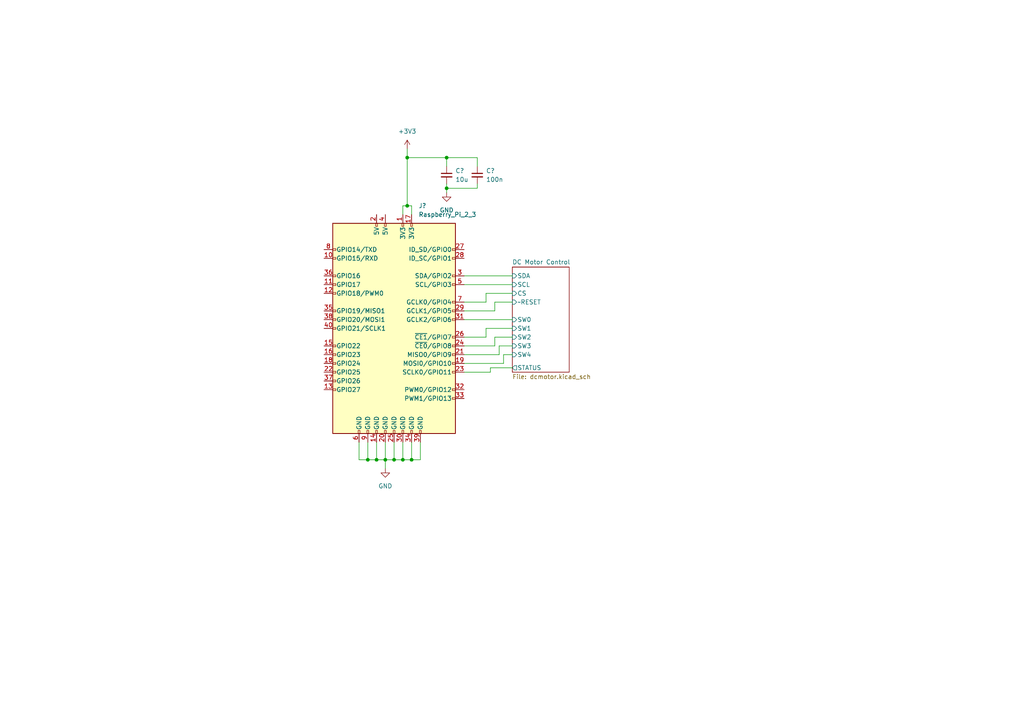
<source format=kicad_sch>
(kicad_sch (version 20211123) (generator eeschema)
  (paper "A4")
  (title_block (title "Irish Coffee Unlimited - Main") (date "2022-03-16") (rev "1") (company "DTUEliten"))
  (lib_symbols
    (symbol "Connector:Raspberry_Pi_2_3" (pin_names (offset 1.016))
      (property "Reference" "J" (at -17.78 31.75 0))
      (property "Value" "Raspberry_Pi_2_3" (at 10.16 -31.75 0))
      (symbol "Raspberry_Pi_2_3_0_1"
        (rectangle (start -17.78 30.48) (end 17.78 -30.48) (stroke (width 0.254)) (fill (type background)))
      )
      (symbol "Raspberry_Pi_2_3_1_1"
        (rectangle (start -16.891 -17.526) (end -17.78 -18.034))
        (rectangle (start -16.891 -14.986) (end -17.78 -15.494))
        (rectangle (start -16.891 -12.446) (end -17.78 -12.954))
        (rectangle (start -16.891 -9.906) (end -17.78 -10.414))
        (rectangle (start -16.891 -7.366) (end -17.78 -7.874))
        (rectangle (start -16.891 -4.826) (end -17.78 -5.334))
        (rectangle (start -16.891 0.254) (end -17.78 -0.254))
        (rectangle (start -16.891 2.794) (end -17.78 2.286))
        (rectangle (start -16.891 5.334) (end -17.78 4.826))
        (rectangle (start -16.891 10.414) (end -17.78 9.906))
        (rectangle (start -16.891 12.954) (end -17.78 12.446))
        (rectangle (start -16.891 15.494) (end -17.78 14.986))
        (rectangle (start -16.891 20.574) (end -17.78 20.066))
        (rectangle (start -16.891 23.114) (end -17.78 22.606))
        (rectangle (start -10.414 -29.591) (end -9.906 -30.48))
        (rectangle (start -7.874 -29.591) (end -7.366 -30.48))
        (rectangle (start -5.334 -29.591) (end -4.826 -30.48))
        (rectangle (start -5.334 30.48) (end -4.826 29.591))
        (rectangle (start -2.794 -29.591) (end -2.286 -30.48))
        (rectangle (start -2.794 30.48) (end -2.286 29.591))
        (rectangle (start -0.254 -29.591) (end 0.254 -30.48))
        (rectangle (start 2.286 -29.591) (end 2.794 -30.48))
        (rectangle (start 2.286 30.48) (end 2.794 29.591))
        (rectangle (start 4.826 -29.591) (end 5.334 -30.48))
        (rectangle (start 4.826 30.48) (end 5.334 29.591))
        (rectangle (start 7.366 -29.591) (end 7.874 -30.48))
        (rectangle (start 17.78 -20.066) (end 16.891 -20.574))
        (rectangle (start 17.78 -17.526) (end 16.891 -18.034))
        (rectangle (start 17.78 -12.446) (end 16.891 -12.954))
        (rectangle (start 17.78 -9.906) (end 16.891 -10.414))
        (rectangle (start 17.78 -7.366) (end 16.891 -7.874))
        (rectangle (start 17.78 -4.826) (end 16.891 -5.334))
        (rectangle (start 17.78 -2.286) (end 16.891 -2.794))
        (rectangle (start 17.78 2.794) (end 16.891 2.286))
        (rectangle (start 17.78 5.334) (end 16.891 4.826))
        (rectangle (start 17.78 7.874) (end 16.891 7.366))
        (rectangle (start 17.78 12.954) (end 16.891 12.446))
        (rectangle (start 17.78 15.494) (end 16.891 14.986))
        (rectangle (start 17.78 20.574) (end 16.891 20.066))
        (rectangle (start 17.78 23.114) (end 16.891 22.606))
        (pin power_in line (at 2.54 33.02 270) (length 2.54) (name "3V3") (number "1"))
        (pin bidirectional line (at -20.32 20.32 0) (length 2.54) (name "GPIO15/RXD") (number "10"))
        (pin bidirectional line (at -20.32 12.7 0) (length 2.54) (name "GPIO17") (number "11"))
        (pin bidirectional line (at -20.32 10.16 0) (length 2.54) (name "GPIO18/PWM0") (number "12"))
        (pin bidirectional line (at -20.32 -17.78 0) (length 2.54) (name "GPIO27") (number "13"))
        (pin power_in line (at -5.08 -33.02 90) (length 2.54) (name "GND") (number "14"))
        (pin bidirectional line (at -20.32 -5.08 0) (length 2.54) (name "GPIO22") (number "15"))
        (pin bidirectional line (at -20.32 -7.62 0) (length 2.54) (name "GPIO23") (number "16"))
        (pin power_in line (at 5.08 33.02 270) (length 2.54) (name "3V3") (number "17"))
        (pin bidirectional line (at -20.32 -10.16 0) (length 2.54) (name "GPIO24") (number "18"))
        (pin bidirectional line (at 20.32 -10.16 180) (length 2.54) (name "MOSI0/GPIO10") (number "19"))
        (pin power_in line (at -5.08 33.02 270) (length 2.54) (name "5V") (number "2"))
        (pin power_in line (at -2.54 -33.02 90) (length 2.54) (name "GND") (number "20"))
        (pin bidirectional line (at 20.32 -7.62 180) (length 2.54) (name "MISO0/GPIO9") (number "21"))
        (pin bidirectional line (at -20.32 -12.7 0) (length 2.54) (name "GPIO25") (number "22"))
        (pin bidirectional line (at 20.32 -12.7 180) (length 2.54) (name "SCLK0/GPIO11") (number "23"))
        (pin bidirectional line (at 20.32 -5.08 180) (length 2.54) (name "~{CE0}/GPIO8") (number "24"))
        (pin power_in line (at 0 -33.02 90) (length 2.54) (name "GND") (number "25"))
        (pin bidirectional line (at 20.32 -2.54 180) (length 2.54) (name "~{CE1}/GPIO7") (number "26"))
        (pin bidirectional line (at 20.32 22.86 180) (length 2.54) (name "ID_SD/GPIO0") (number "27"))
        (pin bidirectional line (at 20.32 20.32 180) (length 2.54) (name "ID_SC/GPIO1") (number "28"))
        (pin bidirectional line (at 20.32 5.08 180) (length 2.54) (name "GCLK1/GPIO5") (number "29"))
        (pin bidirectional line (at 20.32 15.24 180) (length 2.54) (name "SDA/GPIO2") (number "3"))
        (pin power_in line (at 2.54 -33.02 90) (length 2.54) (name "GND") (number "30"))
        (pin bidirectional line (at 20.32 2.54 180) (length 2.54) (name "GCLK2/GPIO6") (number "31"))
        (pin bidirectional line (at 20.32 -17.78 180) (length 2.54) (name "PWM0/GPIO12") (number "32"))
        (pin bidirectional line (at 20.32 -20.32 180) (length 2.54) (name "PWM1/GPIO13") (number "33"))
        (pin power_in line (at 5.08 -33.02 90) (length 2.54) (name "GND") (number "34"))
        (pin bidirectional line (at -20.32 5.08 0) (length 2.54) (name "GPIO19/MISO1") (number "35"))
        (pin bidirectional line (at -20.32 15.24 0) (length 2.54) (name "GPIO16") (number "36"))
        (pin bidirectional line (at -20.32 -15.24 0) (length 2.54) (name "GPIO26") (number "37"))
        (pin bidirectional line (at -20.32 2.54 0) (length 2.54) (name "GPIO20/MOSI1") (number "38"))
        (pin power_in line (at 7.62 -33.02 90) (length 2.54) (name "GND") (number "39"))
        (pin power_in line (at -2.54 33.02 270) (length 2.54) (name "5V") (number "4"))
        (pin bidirectional line (at -20.32 0 0) (length 2.54) (name "GPIO21/SCLK1") (number "40"))
        (pin bidirectional line (at 20.32 12.7 180) (length 2.54) (name "SCL/GPIO3") (number "5"))
        (pin power_in line (at -10.16 -33.02 90) (length 2.54) (name "GND") (number "6"))
        (pin bidirectional line (at 20.32 7.62 180) (length 2.54) (name "GCLK0/GPIO4") (number "7"))
        (pin bidirectional line (at -20.32 22.86 0) (length 2.54) (name "GPIO14/TXD") (number "8"))
        (pin power_in line (at -7.62 -33.02 90) (length 2.54) (name "GND") (number "9"))
      )
    )
    (symbol "Device:C_Small" (pin_numbers hide) (pin_names (offset 0.254) hide)
      (property "Reference" "C" (at 0.254 1.778 0))
      (property "Value" "C_Small" (at 0.254 -2.032 0))
      (symbol "C_Small_0_1"
        (polyline (pts (xy -1.524 -0.508) (xy 1.524 -0.508)) (stroke (width 0.3302)))
        (polyline (pts (xy -1.524 0.508) (xy 1.524 0.508)) (stroke (width 0.3048)))
      )
      (symbol "C_Small_1_1"
        (pin passive line (at 0 2.54 270) (length 2.032) (name "~") (number "1"))
        (pin passive line (at 0 -2.54 90) (length 2.032) (name "~") (number "2"))
      )
    )
    (symbol "power:+3V3" (power) (pin_names (offset 0))
      (property "Value" "+3V3" (at 0 3.556 0))
      (symbol "+3V3_0_1"
        (polyline (pts (xy -0.762 1.27) (xy 0 2.54)))
        (polyline (pts (xy 0 0) (xy 0 2.54)))
        (polyline (pts (xy 0 2.54) (xy 0.762 1.27)))
      )
      (symbol "+3V3_1_1"
        (pin power_in line (at 0 0 90) (length 0) hide (name "+3V3") (number "1"))
      )
    )
    (symbol "power:GND" (power) (pin_names (offset 0))
      (property "Value" "GND" (at 0 -3.81 0))
      (symbol "GND_0_1"
        (polyline (pts (xy 0 0) (xy 0 -1.27) (xy 1.27 -1.27) (xy 0 -2.54) (xy -1.27 -1.27) (xy 0 -1.27)))
      )
      (symbol "GND_1_1"
        (pin power_in line (at 0 0 270) (length 0) hide (name "GND") (number "1"))
      )
    )
  )
  (junction (at 129.54 54.61))
  (junction (at 109.22 133.35))
  (junction (at 118.11 45.72))
  (junction (at 106.68 133.35))
  (junction (at 116.84 133.35))
  (junction (at 129.54 45.72))
  (junction (at 118.11 59.69))
  (junction (at 111.76 133.35))
  (junction (at 114.3 133.35))
  (junction (at 119.38 133.35))
  (wire (pts (xy 116.84 128.27) (xy 116.84 133.35)))
  (wire (pts (xy 114.3 128.27) (xy 114.3 133.35)))
  (wire (pts (xy 119.38 133.35) (xy 121.92 133.35)))
  (wire (pts (xy 140.97 95.25) (xy 148.59 95.25)))
  (wire (pts (xy 129.54 48.26) (xy 129.54 45.72)))
  (wire (pts (xy 140.97 87.63) (xy 134.62 87.63)))
  (wire (pts (xy 140.97 85.09) (xy 140.97 87.63)))
  (wire (pts (xy 134.62 102.87) (xy 144.78 102.87)))
  (wire (pts (xy 109.22 133.35) (xy 106.68 133.35)))
  (wire (pts (xy 109.22 128.27) (xy 109.22 133.35)))
  (wire (pts (xy 119.38 128.27) (xy 119.38 133.35)))
  (wire (pts (xy 104.14 133.35) (xy 104.14 128.27)))
  (wire (pts (xy 138.43 45.72) (xy 129.54 45.72)))
  (wire (pts (xy 138.43 48.26) (xy 138.43 45.72)))
  (wire (pts (xy 118.11 59.69) (xy 119.38 59.69)))
  (wire (pts (xy 119.38 59.69) (xy 119.38 62.23)))
  (wire (pts (xy 129.54 53.34) (xy 129.54 54.61)))
  (wire (pts (xy 143.51 97.79) (xy 143.51 100.33)))
  (wire (pts (xy 144.78 100.33) (xy 148.59 100.33)))
  (wire (pts (xy 129.54 54.61) (xy 138.43 54.61)))
  (wire (pts (xy 134.62 80.01) (xy 148.59 80.01)))
  (wire (pts (xy 116.84 59.69) (xy 116.84 62.23)))
  (wire (pts (xy 144.78 102.87) (xy 144.78 100.33)))
  (wire (pts (xy 111.76 135.89) (xy 111.76 133.35)))
  (wire (pts (xy 148.59 102.87) (xy 146.05 102.87)))
  (wire (pts (xy 129.54 45.72) (xy 118.11 45.72)))
  (wire (pts (xy 134.62 97.79) (xy 140.97 97.79)))
  (wire (pts (xy 111.76 128.27) (xy 111.76 133.35)))
  (wire (pts (xy 121.92 133.35) (xy 121.92 128.27)))
  (wire (pts (xy 142.24 106.68) (xy 142.24 107.95)))
  (wire (pts (xy 114.3 133.35) (xy 116.84 133.35)))
  (wire (pts (xy 106.68 128.27) (xy 106.68 133.35)))
  (wire (pts (xy 148.59 85.09) (xy 140.97 85.09)))
  (wire (pts (xy 143.51 87.63) (xy 148.59 87.63)))
  (wire (pts (xy 143.51 100.33) (xy 134.62 100.33)))
  (wire (pts (xy 118.11 59.69) (xy 116.84 59.69)))
  (wire (pts (xy 146.05 102.87) (xy 146.05 105.41)))
  (wire (pts (xy 106.68 133.35) (xy 104.14 133.35)))
  (wire (pts (xy 138.43 54.61) (xy 138.43 53.34)))
  (wire (pts (xy 111.76 133.35) (xy 109.22 133.35)))
  (wire (pts (xy 134.62 82.55) (xy 148.59 82.55)))
  (wire (pts (xy 134.62 90.17) (xy 143.51 90.17)))
  (wire (pts (xy 129.54 54.61) (xy 129.54 55.88)))
  (wire (pts (xy 143.51 90.17) (xy 143.51 87.63)))
  (wire (pts (xy 148.59 106.68) (xy 142.24 106.68)))
  (wire (pts (xy 116.84 133.35) (xy 119.38 133.35)))
  (wire (pts (xy 118.11 45.72) (xy 118.11 59.69)))
  (wire (pts (xy 142.24 107.95) (xy 134.62 107.95)))
  (wire (pts (xy 118.11 43.18) (xy 118.11 45.72)))
  (wire (pts (xy 134.62 92.71) (xy 148.59 92.71)))
  (wire (pts (xy 134.62 105.41) (xy 146.05 105.41)))
  (wire (pts (xy 148.59 97.79) (xy 143.51 97.79)))
  (wire (pts (xy 111.76 133.35) (xy 114.3 133.35)))
  (wire (pts (xy 140.97 97.79) (xy 140.97 95.25)))
  (symbol (lib_id "power:+3V3") (at 118.11 43.18 0) (unit 1)
    (property "Reference" "#PWR?" (effects hide))
    (property "Value" "+3V3" (at 118.11 38.1 0))
  )
  (symbol (lib_id "Device:C_Small") (at 138.43 50.8 0) (unit 1)
    (property "Reference" "C?" (at 140.97 49.5362 0) (effects (justify left)))
    (property "Value" "100n" (at 140.97 52.0762 0) (effects (justify left)))
  )
  (symbol (lib_id "Connector:Raspberry_Pi_2_3") (at 114.3 95.25 0) (unit 1)
    (property "Reference" "J?" (at 121.3994 59.69 0) (effects (justify left)))
    (property "Value" "Raspberry_Pi_2_3" (at 121.3994 62.23 0) (effects (justify left)))
    (property "Datasheet" "https://www.raspberrypi.org/documentation/hardware/raspberrypi/schematics/rpi_SCH_3bplus_1p0_reduced.pdf" (effects hide))
  )
  (symbol (lib_id "power:GND") (at 129.54 55.88 0) (unit 1)
    (property "Reference" "#PWR?" (effects hide))
    (property "Value" "GND" (at 129.54 60.96 0))
  )
  (symbol (lib_id "power:GND") (at 111.76 135.89 0) (unit 1)
    (property "Reference" "#PWR?" (effects hide))
    (property "Value" "GND" (at 111.76 140.97 0))
  )
  (symbol (lib_id "Device:C_Small") (at 129.54 50.8 0) (unit 1)
    (property "Reference" "C?" (at 132.08 49.5362 0) (effects (justify left)))
    (property "Value" "10u" (at 132.08 52.0762 0) (effects (justify left)))
  )
  (sheet (at 148.59 77.47) (size 16.51 30.48) (stroke (width 0.1524))
    (property "Sheet name" "DC Motor Control" (at 148.59 76.7584 0) (effects (justify left bottom)))
    (property "Sheet file" "dcmotor.kicad_sch" (at 148.59 108.5346 0) (effects (justify left top)))
    (pin "SW0" input (at 148.59 92.71 180))
    (pin "SW1" input (at 148.59 95.25 180))
    (pin "SW2" input (at 148.59 97.79 180))
    (pin "SCL" input (at 148.59 82.55 180))
    (pin "SDA" input (at 148.59 80.01 180))
    (pin "CS" input (at 148.59 85.09 180))
    (pin "STATUS" output (at 148.59 106.68 180))
    (pin "~RESET" input (at 148.59 87.63 180))
    (pin "SW3" input (at 148.59 100.33 180))
    (pin "SW4" input (at 148.59 102.87 180))
  )
)
</source>
